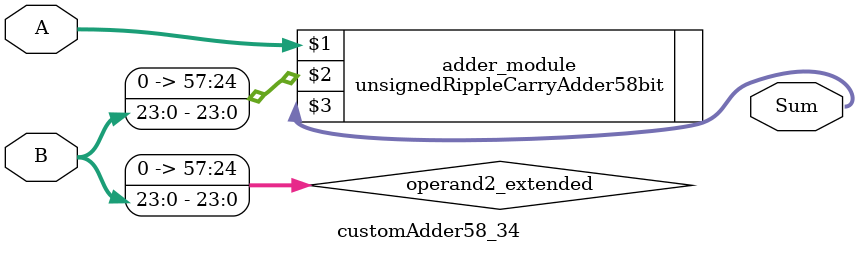
<source format=v>
module customAdder58_34(
                        input [57 : 0] A,
                        input [23 : 0] B,
                        
                        output [58 : 0] Sum
                );

        wire [57 : 0] operand2_extended;
        
        assign operand2_extended =  {34'b0, B};
        
        unsignedRippleCarryAdder58bit adder_module(
            A,
            operand2_extended,
            Sum
        );
        
        endmodule
        
</source>
